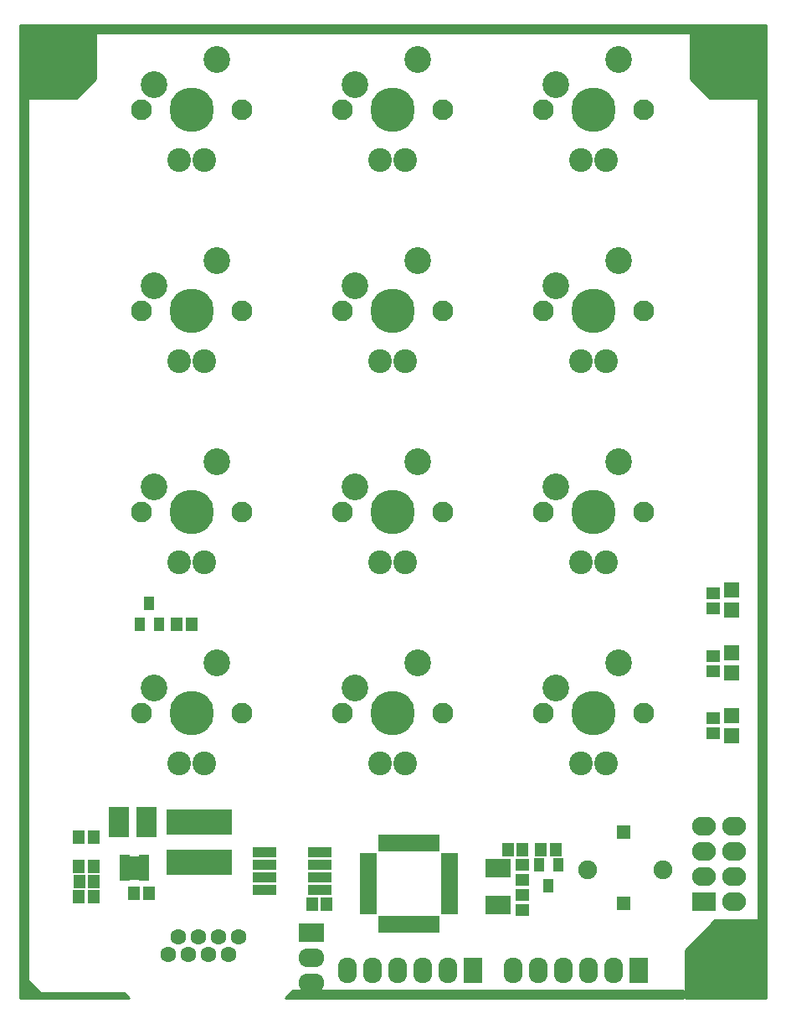
<source format=gbr>
G04 #@! TF.FileFunction,Soldermask,Top*
%FSLAX46Y46*%
G04 Gerber Fmt 4.6, Leading zero omitted, Abs format (unit mm)*
G04 Created by KiCad (PCBNEW (2015-10-14 BZR 6269, Git 3ca8244)-product) date Fri 03 Jun 2016 09:01:17 PM IST*
%MOMM*%
G01*
G04 APERTURE LIST*
%ADD10C,0.100000*%
%ADD11C,4.500000*%
%ADD12C,2.100000*%
%ADD13C,2.700000*%
%ADD14R,2.398980X1.924000*%
%ADD15O,2.398980X1.924000*%
%ADD16C,1.900000*%
%ADD17R,1.299160X1.400760*%
%ADD18R,2.000200X3.092400*%
%ADD19R,2.599640X1.924000*%
%ADD20O,2.599640X1.924000*%
%ADD21R,1.924000X2.599640*%
%ADD22O,1.924000X2.599640*%
%ADD23C,1.598880*%
%ADD24R,6.699200X2.599640*%
%ADD25R,1.598880X1.598880*%
%ADD26C,2.398980*%
%ADD27R,0.999440X1.400760*%
%ADD28R,1.400760X1.299160*%
%ADD29R,1.400760X1.400760*%
%ADD30R,1.700480X0.699720*%
%ADD31R,0.699720X1.700480*%
%ADD32R,1.200000X2.480000*%
%ADD33R,1.100000X0.700000*%
%ADD34R,2.398980X0.999440*%
%ADD35R,2.537160X1.837160*%
%ADD36C,0.254000*%
G04 APERTURE END LIST*
D10*
D11*
X60960000Y-104140000D03*
D12*
X66040000Y-104140000D03*
X55880000Y-104140000D03*
D13*
X57150000Y-101600000D03*
X63500000Y-99060000D03*
D11*
X81280000Y-104140000D03*
D12*
X86360000Y-104140000D03*
X76200000Y-104140000D03*
D13*
X77470000Y-101600000D03*
X83820000Y-99060000D03*
D11*
X81280000Y-63500000D03*
D12*
X86360000Y-63500000D03*
X76200000Y-63500000D03*
D13*
X77470000Y-60960000D03*
X83820000Y-58420000D03*
D14*
X92461080Y-123190000D03*
D15*
X95498920Y-123190000D03*
X92461080Y-120650000D03*
X95498920Y-120650000D03*
X92461080Y-118110000D03*
X95498920Y-118110000D03*
X92461080Y-115570000D03*
X95498920Y-115570000D03*
D16*
X80655000Y-120015000D03*
X88255000Y-120015000D03*
D17*
X29220160Y-116713000D03*
X30723840Y-116713000D03*
X30723840Y-122682000D03*
X29220160Y-122682000D03*
X36311840Y-122364500D03*
X34808160Y-122364500D03*
D18*
X36068000Y-115189000D03*
X33274000Y-115189000D03*
D19*
X52705000Y-126365000D03*
D20*
X52705000Y-128905000D03*
X52705000Y-131445000D03*
D21*
X85852000Y-130175000D03*
D22*
X83312000Y-130175000D03*
X80772000Y-130175000D03*
X78232000Y-130175000D03*
X75692000Y-130175000D03*
X73152000Y-130175000D03*
D23*
X40256460Y-128524000D03*
X38227000Y-128524000D03*
X39240460Y-126743460D03*
X41269920Y-126743460D03*
X42285920Y-128524000D03*
X43299380Y-126743460D03*
X44315380Y-128524000D03*
X45328840Y-126743460D03*
D21*
X69088000Y-130175000D03*
D22*
X66548000Y-130175000D03*
X64008000Y-130175000D03*
X61468000Y-130175000D03*
X58928000Y-130175000D03*
X56388000Y-130175000D03*
D24*
X41402000Y-115153440D03*
X41402000Y-119253000D03*
D25*
X95250000Y-93759020D03*
X95250000Y-91660980D03*
X95250000Y-100109020D03*
X95250000Y-98010980D03*
X95250000Y-106459020D03*
X95250000Y-104360980D03*
D26*
X39370000Y-48260000D03*
X41910000Y-48260000D03*
X39370000Y-68580000D03*
X41910000Y-68580000D03*
X39370000Y-88900000D03*
X41910000Y-88900000D03*
X39370000Y-109220000D03*
X41910000Y-109220000D03*
X59690000Y-48260000D03*
X62230000Y-48260000D03*
X59690000Y-68580000D03*
X62230000Y-68580000D03*
X59690000Y-88900000D03*
X62230000Y-88900000D03*
X59690000Y-109220000D03*
X62230000Y-109220000D03*
X80010000Y-48260000D03*
X82550000Y-48260000D03*
D27*
X77660500Y-119443500D03*
X76708000Y-121556780D03*
X75755500Y-119443500D03*
X35369500Y-95163640D03*
X36322000Y-93050360D03*
X37274500Y-95163640D03*
D17*
X72590660Y-117919500D03*
X74094340Y-117919500D03*
X29220160Y-119634000D03*
X30723840Y-119634000D03*
X30734000Y-121158000D03*
X29230320Y-121158000D03*
X52778660Y-123444000D03*
X54282340Y-123444000D03*
X75946000Y-117919500D03*
X77449680Y-117919500D03*
D28*
X93345000Y-93578680D03*
X93345000Y-92075000D03*
X93345000Y-99928680D03*
X93345000Y-98425000D03*
X93345000Y-106161840D03*
X93345000Y-104658160D03*
D17*
X39065200Y-95183960D03*
X40568880Y-95183960D03*
D11*
X40640000Y-43180000D03*
D12*
X45720000Y-43180000D03*
X35560000Y-43180000D03*
D13*
X36830000Y-40640000D03*
X43180000Y-38100000D03*
D11*
X40640000Y-63500000D03*
D12*
X45720000Y-63500000D03*
X35560000Y-63500000D03*
D13*
X36830000Y-60960000D03*
X43180000Y-58420000D03*
D11*
X40640000Y-83820000D03*
D12*
X45720000Y-83820000D03*
X35560000Y-83820000D03*
D13*
X36830000Y-81280000D03*
X43180000Y-78740000D03*
D11*
X40640000Y-104140000D03*
D12*
X45720000Y-104140000D03*
X35560000Y-104140000D03*
D13*
X36830000Y-101600000D03*
X43180000Y-99060000D03*
D11*
X60960000Y-43180000D03*
D12*
X66040000Y-43180000D03*
X55880000Y-43180000D03*
D13*
X57150000Y-40640000D03*
X63500000Y-38100000D03*
D11*
X60960000Y-63500000D03*
D12*
X66040000Y-63500000D03*
X55880000Y-63500000D03*
D13*
X57150000Y-60960000D03*
X63500000Y-58420000D03*
D11*
X60960000Y-83820000D03*
D12*
X66040000Y-83820000D03*
X55880000Y-83820000D03*
D13*
X57150000Y-81280000D03*
X63500000Y-78740000D03*
D11*
X81280000Y-43180000D03*
D12*
X86360000Y-43180000D03*
X76200000Y-43180000D03*
D13*
X77470000Y-40640000D03*
X83820000Y-38100000D03*
D11*
X81280000Y-83820000D03*
D12*
X86360000Y-83820000D03*
X76200000Y-83820000D03*
D13*
X77470000Y-81280000D03*
X83820000Y-78740000D03*
D29*
X84264500Y-116136420D03*
X84264500Y-123334780D03*
D30*
X66710560Y-122661680D03*
X66710560Y-122161300D03*
X66710560Y-121660920D03*
X66710560Y-121163080D03*
X66710560Y-120662700D03*
X66710560Y-124162820D03*
X66710560Y-123662440D03*
X66710560Y-123162060D03*
D31*
X65361820Y-117312440D03*
X64861440Y-117312440D03*
X64361060Y-117312440D03*
X63860680Y-117312440D03*
X63360300Y-117312440D03*
X62859920Y-117312440D03*
X62362080Y-117312440D03*
X61861700Y-117312440D03*
D30*
X58511440Y-118661180D03*
X58511440Y-119161560D03*
X58511440Y-119661940D03*
X58511440Y-120162320D03*
X58511440Y-120662700D03*
X58511440Y-121163080D03*
X58511440Y-121660920D03*
X58511440Y-122161300D03*
D31*
X59860180Y-125511560D03*
X60360560Y-125511560D03*
X60860940Y-125511560D03*
X61361320Y-125511560D03*
X61861700Y-125511560D03*
X62362080Y-125511560D03*
X62859920Y-125511560D03*
X63360300Y-125511560D03*
D30*
X66710560Y-120162320D03*
X66710560Y-119661940D03*
X66710560Y-119161560D03*
X66710560Y-118661180D03*
D31*
X61361320Y-117312440D03*
X60860940Y-117312440D03*
X60360560Y-117312440D03*
X59860180Y-117312440D03*
D30*
X58511440Y-122661680D03*
X58511440Y-123162060D03*
X58511440Y-123662440D03*
X58511440Y-124162820D03*
D31*
X63860680Y-125511560D03*
X64361060Y-125511560D03*
X64861440Y-125511560D03*
X65361820Y-125511560D03*
D32*
X34824000Y-119777000D03*
D33*
X33834000Y-118777000D03*
X33834000Y-119277000D03*
X33834000Y-119777000D03*
X33834000Y-120277000D03*
X33834000Y-120777000D03*
X35814000Y-120777000D03*
X35814000Y-120277000D03*
X35814000Y-119777000D03*
X35814000Y-119277000D03*
X35814000Y-118777000D03*
D34*
X53530500Y-122047000D03*
X53530500Y-120777000D03*
X53530500Y-119507000D03*
X53530500Y-118237000D03*
X47942500Y-118237000D03*
X47942500Y-119507000D03*
X47942500Y-120777000D03*
X47942500Y-122047000D03*
D26*
X80010000Y-68580000D03*
X82550000Y-68580000D03*
X80010000Y-88900000D03*
X82550000Y-88900000D03*
X80010000Y-109220000D03*
X82550000Y-109220000D03*
D28*
X74041000Y-120957340D03*
X74041000Y-119453660D03*
X74041000Y-122501660D03*
X74041000Y-124005340D03*
D35*
X71628000Y-119816000D03*
X71628000Y-123516000D03*
D36*
G36*
X98679000Y-132969000D02*
X90551000Y-132969000D01*
X90551000Y-128068606D01*
X93524606Y-125095000D01*
X97790000Y-125095000D01*
X97839410Y-125084994D01*
X97881035Y-125056553D01*
X97908315Y-125014159D01*
X97917000Y-124968000D01*
X97917000Y-42164000D01*
X97906994Y-42114590D01*
X97878553Y-42072965D01*
X97836159Y-42045685D01*
X97790000Y-42037000D01*
X93016606Y-42037000D01*
X91059000Y-40079394D01*
X91059000Y-35560000D01*
X91048994Y-35510590D01*
X91020553Y-35468965D01*
X90978159Y-35441685D01*
X90932000Y-35433000D01*
X30988000Y-35433000D01*
X30938590Y-35443006D01*
X30896965Y-35471447D01*
X30869685Y-35513841D01*
X30861000Y-35560000D01*
X30861000Y-40079394D01*
X28903394Y-42037000D01*
X24130000Y-42037000D01*
X24080590Y-42047006D01*
X24038965Y-42075447D01*
X24011685Y-42117841D01*
X24003000Y-42164000D01*
X24003000Y-131064000D01*
X24013006Y-131113410D01*
X24040197Y-131153803D01*
X25310197Y-132423803D01*
X25352211Y-132451666D01*
X25400000Y-132461000D01*
X33729394Y-132461000D01*
X34237394Y-132969000D01*
X23241000Y-132969000D01*
X23241000Y-34671000D01*
X98679000Y-34671000D01*
X98679000Y-132969000D01*
X98679000Y-132969000D01*
G37*
X98679000Y-132969000D02*
X90551000Y-132969000D01*
X90551000Y-128068606D01*
X93524606Y-125095000D01*
X97790000Y-125095000D01*
X97839410Y-125084994D01*
X97881035Y-125056553D01*
X97908315Y-125014159D01*
X97917000Y-124968000D01*
X97917000Y-42164000D01*
X97906994Y-42114590D01*
X97878553Y-42072965D01*
X97836159Y-42045685D01*
X97790000Y-42037000D01*
X93016606Y-42037000D01*
X91059000Y-40079394D01*
X91059000Y-35560000D01*
X91048994Y-35510590D01*
X91020553Y-35468965D01*
X90978159Y-35441685D01*
X90932000Y-35433000D01*
X30988000Y-35433000D01*
X30938590Y-35443006D01*
X30896965Y-35471447D01*
X30869685Y-35513841D01*
X30861000Y-35560000D01*
X30861000Y-40079394D01*
X28903394Y-42037000D01*
X24130000Y-42037000D01*
X24080590Y-42047006D01*
X24038965Y-42075447D01*
X24011685Y-42117841D01*
X24003000Y-42164000D01*
X24003000Y-131064000D01*
X24013006Y-131113410D01*
X24040197Y-131153803D01*
X25310197Y-132423803D01*
X25352211Y-132451666D01*
X25400000Y-132461000D01*
X33729394Y-132461000D01*
X34237394Y-132969000D01*
X23241000Y-132969000D01*
X23241000Y-34671000D01*
X98679000Y-34671000D01*
X98679000Y-132969000D01*
G36*
X90297000Y-132969000D02*
X50090606Y-132969000D01*
X50852606Y-132207000D01*
X90297000Y-132207000D01*
X90297000Y-132969000D01*
X90297000Y-132969000D01*
G37*
X90297000Y-132969000D02*
X50090606Y-132969000D01*
X50852606Y-132207000D01*
X90297000Y-132207000D01*
X90297000Y-132969000D01*
M02*

</source>
